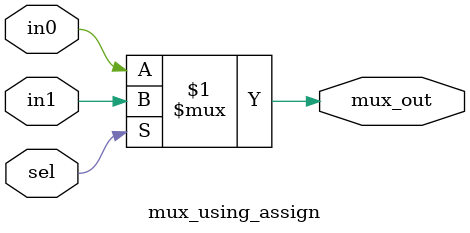
<source format=v>
module  mux_using_assign(in0, in1, sel, mux_out);

// 2-1 MUX (multiplexer)

input in0, in1, sel ;
output mux_out;
wire  mux_out;
// ? is a way to do a one line if statement. if sel is ON then in1, else in0.
assign mux_out = (sel) ? in1 : in0;

endmodule 

</source>
